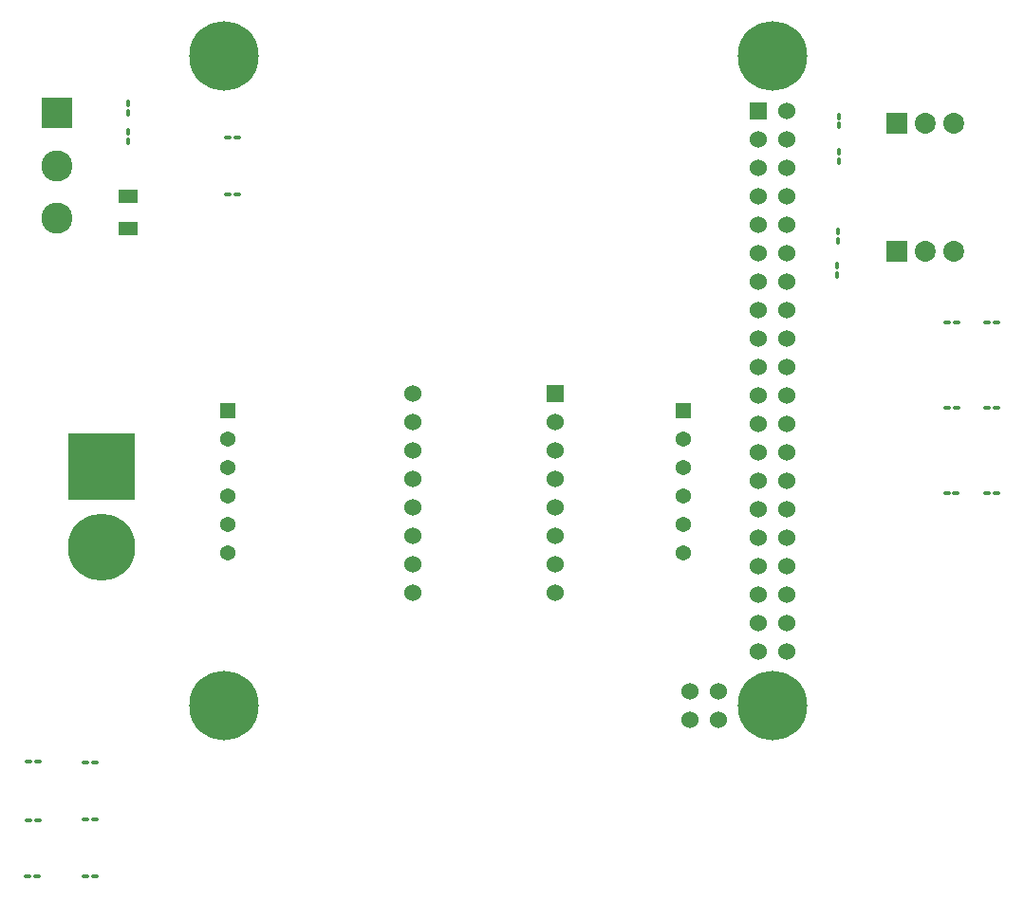
<source format=gts>
G04 #@! TF.GenerationSoftware,KiCad,Pcbnew,7.0.6*
G04 #@! TF.CreationDate,2023-08-10T19:19:24-04:00*
G04 #@! TF.ProjectId,jerry,6a657272-792e-46b6-9963-61645f706362,rev?*
G04 #@! TF.SameCoordinates,Original*
G04 #@! TF.FileFunction,Soldermask,Top*
G04 #@! TF.FilePolarity,Negative*
%FSLAX46Y46*%
G04 Gerber Fmt 4.6, Leading zero omitted, Abs format (unit mm)*
G04 Created by KiCad (PCBNEW 7.0.6) date 2023-08-10 19:19:24*
%MOMM*%
%LPD*%
G01*
G04 APERTURE LIST*
G04 Aperture macros list*
%AMRoundRect*
0 Rectangle with rounded corners*
0 $1 Rounding radius*
0 $2 $3 $4 $5 $6 $7 $8 $9 X,Y pos of 4 corners*
0 Add a 4 corners polygon primitive as box body*
4,1,4,$2,$3,$4,$5,$6,$7,$8,$9,$2,$3,0*
0 Add four circle primitives for the rounded corners*
1,1,$1+$1,$2,$3*
1,1,$1+$1,$4,$5*
1,1,$1+$1,$6,$7*
1,1,$1+$1,$8,$9*
0 Add four rect primitives between the rounded corners*
20,1,$1+$1,$2,$3,$4,$5,0*
20,1,$1+$1,$4,$5,$6,$7,0*
20,1,$1+$1,$6,$7,$8,$9,0*
20,1,$1+$1,$8,$9,$2,$3,0*%
G04 Aperture macros list end*
%ADD10RoundRect,0.100000X0.217500X0.100000X-0.217500X0.100000X-0.217500X-0.100000X0.217500X-0.100000X0*%
%ADD11RoundRect,0.100000X-0.217500X-0.100000X0.217500X-0.100000X0.217500X0.100000X-0.217500X0.100000X0*%
%ADD12R,1.860000X1.860000*%
%ADD13C,1.860000*%
%ADD14R,1.524000X1.524000*%
%ADD15C,1.524000*%
%ADD16C,6.200000*%
%ADD17RoundRect,0.100000X0.100000X-0.217500X0.100000X0.217500X-0.100000X0.217500X-0.100000X-0.217500X0*%
%ADD18R,2.775000X2.775000*%
%ADD19C,2.775000*%
%ADD20RoundRect,0.100000X-0.100000X0.217500X-0.100000X-0.217500X0.100000X-0.217500X0.100000X0.217500X0*%
%ADD21R,1.800000X1.170000*%
%ADD22C,6.000000*%
%ADD23R,6.000000X6.000000*%
%ADD24R,1.370000X1.370000*%
%ADD25C,1.370000*%
%ADD26R,1.530000X1.530000*%
%ADD27C,1.530000*%
G04 APERTURE END LIST*
D10*
X31320000Y-139588410D03*
X30505000Y-139588410D03*
X31296196Y-144780000D03*
X30481196Y-144780000D03*
D11*
X116000000Y-115570000D03*
X116815000Y-115570000D03*
D12*
X107950000Y-93980000D03*
D13*
X110490000Y-93980000D03*
X113030000Y-93980000D03*
D14*
X95620000Y-81440000D03*
D15*
X98160000Y-81440000D03*
X95620000Y-83980000D03*
X98160000Y-83980000D03*
X95620000Y-86520000D03*
X98160000Y-86520000D03*
X95620000Y-89060000D03*
X98160000Y-89060000D03*
X95620000Y-91600000D03*
X98160000Y-91600000D03*
X95620000Y-94140000D03*
X98160000Y-94140000D03*
X95620000Y-96680000D03*
X98160000Y-96680000D03*
X95620000Y-99220000D03*
X98160000Y-99220000D03*
X95620000Y-101760000D03*
X98160000Y-101760000D03*
X95620000Y-104300000D03*
X98160000Y-104300000D03*
X95620000Y-106840000D03*
X98160000Y-106840000D03*
X95620000Y-109380000D03*
X98160000Y-109380000D03*
X95620000Y-111920000D03*
X98160000Y-111920000D03*
X95620000Y-114460000D03*
X98160000Y-114460000D03*
X95620000Y-117000000D03*
X98160000Y-117000000D03*
X95620000Y-119540000D03*
X98160000Y-119540000D03*
X95620000Y-122080000D03*
X98160000Y-122080000D03*
X95620000Y-124620000D03*
X98160000Y-124620000D03*
X95620000Y-127160000D03*
X98160000Y-127160000D03*
X95620000Y-129700000D03*
X98160000Y-129700000D03*
X89497000Y-135800000D03*
X92037000Y-135800000D03*
X89497000Y-133260000D03*
X92037000Y-133260000D03*
D16*
X96890000Y-76570000D03*
X96890000Y-134570000D03*
X47890000Y-134570000D03*
X47890000Y-76570000D03*
D11*
X35585000Y-139650518D03*
X36400000Y-139650518D03*
X35585000Y-144730518D03*
X36400000Y-144730518D03*
X48285000Y-88900000D03*
X49100000Y-88900000D03*
D10*
X113235874Y-107962115D03*
X112420874Y-107962115D03*
D17*
X39370000Y-84175000D03*
X39370000Y-83360000D03*
D18*
X33020000Y-81660000D03*
D19*
X33020000Y-86360000D03*
X33020000Y-91060000D03*
D11*
X116000000Y-100330000D03*
X116815000Y-100330000D03*
D20*
X102644538Y-95296992D03*
X102644538Y-96111992D03*
X102756645Y-81967984D03*
X102756645Y-82782984D03*
X102672028Y-92232869D03*
X102672028Y-93047869D03*
D11*
X48285000Y-83820000D03*
X49100000Y-83820000D03*
D17*
X39370000Y-81635000D03*
X39370000Y-80820000D03*
D10*
X113244206Y-100379482D03*
X112429206Y-100379482D03*
X113202971Y-115569999D03*
X112387971Y-115569999D03*
D11*
X116000000Y-107950000D03*
X116815000Y-107950000D03*
D10*
X31238641Y-149775553D03*
X30423641Y-149775553D03*
D11*
X35585000Y-149810518D03*
X36400000Y-149810518D03*
D12*
X107950000Y-82550000D03*
D13*
X110490000Y-82550000D03*
X113030000Y-82550000D03*
D21*
X39370000Y-92020000D03*
X39370000Y-89080000D03*
D20*
X102776838Y-85151507D03*
X102776838Y-85966507D03*
D22*
X37000000Y-120440000D03*
D23*
X37000000Y-113240000D03*
D24*
X88900000Y-108237500D03*
D25*
X88900000Y-110777500D03*
X88900000Y-113317500D03*
X88900000Y-115857500D03*
X88900000Y-118397500D03*
X88900000Y-120937500D03*
D26*
X77470000Y-106680000D03*
D27*
X77470000Y-109220000D03*
X77470000Y-111760000D03*
X77470000Y-114300000D03*
X77470000Y-116840000D03*
X77470000Y-119380000D03*
X77470000Y-121920000D03*
X77470000Y-124460000D03*
X64770000Y-124460000D03*
X64770000Y-121920000D03*
X64770000Y-119380000D03*
X64770000Y-116840000D03*
X64770000Y-114300000D03*
X64770000Y-111760000D03*
X64770000Y-109220000D03*
X64770000Y-106680000D03*
D24*
X48260000Y-108237500D03*
D25*
X48260000Y-110777500D03*
X48260000Y-113317500D03*
X48260000Y-115857500D03*
X48260000Y-118397500D03*
X48260000Y-120937500D03*
M02*

</source>
